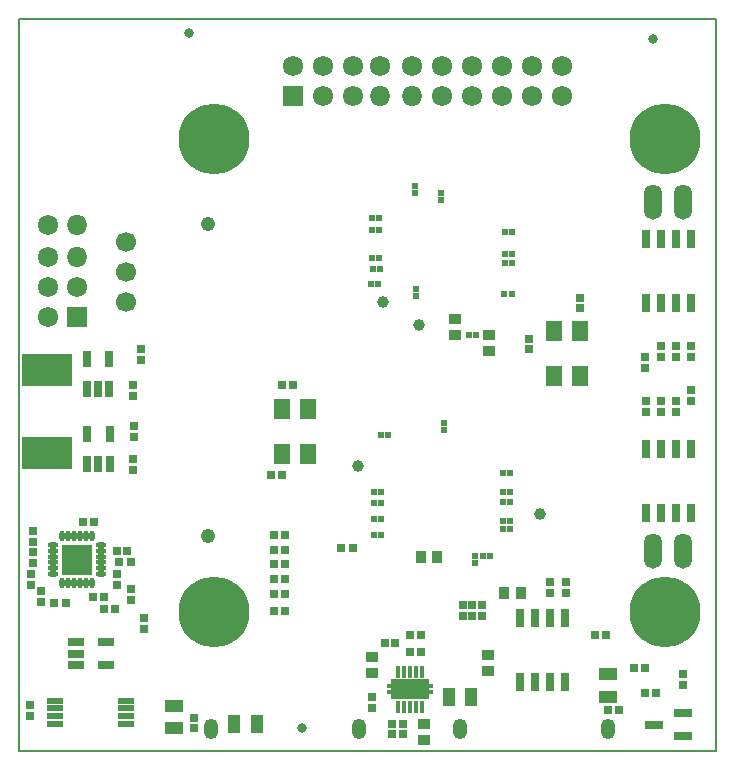
<source format=gbs>
%FSLAX34Y34*%
G04 Gerber Fmt 3.4, Leading zero omitted, Abs format*
G04 (created by PCBNEW (2013-10-29 BZR 4389)-product) date 4/5/2015 8:40:48 AM*
%MOIN*%
G01*
G70*
G90*
G04 APERTURE LIST*
%ADD10C,0.005906*%
%ADD11C,0.007874*%
%ADD12C,0.031496*%
%ADD13O,0.067874X0.067874*%
%ADD14C,0.067874*%
%ADD15R,0.067874X0.067874*%
%ADD16C,0.236200*%
%ADD17R,0.055074X0.021574*%
%ADD18R,0.055074X0.021674*%
%ADD19C,0.039370*%
%ADD20R,0.059055X0.027559*%
%ADD21R,0.029112X0.064567*%
%ADD22O,0.046850X0.068504*%
%ADD23R,0.055118X0.066929*%
%ADD24R,0.062974X0.043274*%
%ADD25R,0.043274X0.062974*%
%ADD26R,0.027300X0.025300*%
%ADD27R,0.025300X0.027300*%
%ADD28R,0.039200X0.035300*%
%ADD29R,0.035300X0.039200*%
%ADD30R,0.027300X0.027300*%
%ADD31R,0.021260X0.021260*%
%ADD32R,0.031474X0.055074*%
%ADD33R,0.102362X0.102362*%
%ADD34O,0.017674X0.035433*%
%ADD35O,0.035433X0.017674*%
%ADD36R,0.047274X0.047274*%
%ADD37C,0.048712*%
%ADD38R,0.055074X0.031474*%
%ADD39R,0.027559X0.018110*%
%ADD40R,0.049213X0.034646*%
%ADD41R,0.016929X0.039370*%
%ADD42R,0.125984X0.070866*%
%ADD43R,0.165000X0.105000*%
%ADD44C,0.066929*%
%ADD45O,0.060000X0.117900*%
G04 APERTURE END LIST*
G54D10*
G54D11*
X43307Y-26771D02*
X43307Y-51181D01*
X66535Y-26771D02*
X43307Y-26771D01*
X66535Y-51181D02*
X43307Y-51181D01*
X66535Y-51181D02*
X66535Y-26771D01*
G54D12*
X48976Y-27244D03*
X52755Y-50393D03*
X64468Y-27421D03*
G54D13*
X45255Y-33633D03*
G54D14*
X44271Y-33633D03*
G54D15*
X45255Y-36688D03*
G54D14*
X44271Y-36688D03*
X44271Y-34704D03*
G54D13*
X45255Y-34704D03*
G54D14*
X44271Y-35688D03*
X45255Y-35688D03*
G54D16*
X49803Y-30771D03*
X64842Y-30771D03*
G54D17*
X44516Y-50260D03*
G54D18*
X44515Y-50004D03*
X44515Y-49748D03*
X44515Y-49492D03*
G54D17*
X46878Y-50260D03*
G54D18*
X46878Y-50004D03*
X46878Y-49748D03*
X46878Y-49492D03*
G54D19*
X54610Y-41657D03*
X56649Y-36972D03*
X60673Y-43263D03*
X55460Y-36216D03*
G54D20*
X65444Y-49911D03*
X65444Y-50659D03*
X64476Y-50285D03*
G54D21*
X64210Y-34098D03*
X64710Y-34098D03*
X65210Y-34098D03*
X65710Y-34098D03*
X65710Y-36224D03*
X65210Y-36224D03*
X64710Y-36224D03*
X64210Y-36224D03*
X61533Y-48854D03*
X61033Y-48854D03*
X60533Y-48854D03*
X60033Y-48854D03*
X60033Y-46728D03*
X60533Y-46728D03*
X61033Y-46728D03*
X61533Y-46728D03*
G54D22*
X58011Y-50423D03*
X62952Y-50423D03*
X49704Y-50423D03*
X54645Y-50423D03*
G54D23*
X62007Y-38673D03*
X62007Y-37177D03*
X61141Y-37177D03*
X61141Y-38673D03*
X52078Y-39767D03*
X52078Y-41263D03*
X52944Y-41263D03*
X52944Y-39767D03*
G54D24*
X48500Y-49664D03*
X48500Y-50414D03*
G54D25*
X58386Y-49370D03*
X57636Y-49370D03*
G54D24*
X62952Y-48601D03*
X62952Y-49351D03*
G54D25*
X50491Y-50275D03*
X51241Y-50275D03*
G54D26*
X55078Y-49732D03*
X55078Y-49362D03*
G54D27*
X56358Y-47866D03*
X56728Y-47866D03*
X56728Y-47299D03*
X56358Y-47299D03*
G54D26*
X61535Y-45893D03*
X61535Y-45523D03*
X65206Y-37659D03*
X65206Y-38029D03*
X65708Y-37659D03*
X65708Y-38029D03*
X64714Y-37659D03*
X64714Y-38029D03*
X58425Y-46681D03*
X58425Y-46311D03*
G54D27*
X54066Y-44409D03*
X54436Y-44409D03*
G54D26*
X47047Y-46129D03*
X47047Y-45759D03*
X43799Y-44519D03*
X43799Y-44889D03*
G54D27*
X46149Y-46043D03*
X45779Y-46043D03*
G54D26*
X44035Y-46188D03*
X44035Y-45818D03*
G54D27*
X44870Y-46240D03*
X44500Y-46240D03*
X46157Y-46437D03*
X46527Y-46437D03*
G54D26*
X43669Y-50003D03*
X43669Y-49633D03*
G54D27*
X52173Y-46515D03*
X51803Y-46515D03*
X52173Y-43976D03*
X51803Y-43976D03*
G54D26*
X47122Y-39330D03*
X47122Y-38960D03*
X47133Y-41787D03*
X47133Y-41417D03*
X47145Y-40708D03*
X47145Y-40338D03*
X47397Y-38125D03*
X47397Y-37755D03*
G54D27*
X46665Y-44881D03*
X47035Y-44881D03*
G54D26*
X65452Y-48964D03*
X65452Y-48594D03*
G54D27*
X64543Y-49236D03*
X64173Y-49236D03*
X64181Y-48405D03*
X63811Y-48405D03*
X62901Y-47283D03*
X62531Y-47283D03*
G54D26*
X61023Y-45893D03*
X61023Y-45523D03*
X58740Y-46681D03*
X58740Y-46311D03*
X64704Y-39858D03*
X64704Y-39488D03*
X65212Y-39858D03*
X65212Y-39488D03*
X64208Y-39858D03*
X64208Y-39488D03*
X58110Y-46681D03*
X58110Y-46311D03*
G54D28*
X58937Y-48503D03*
X58937Y-47952D03*
X56830Y-50255D03*
X56830Y-50807D03*
G54D29*
X57267Y-44700D03*
X56716Y-44700D03*
G54D28*
X57862Y-36751D03*
X57862Y-37303D03*
X58976Y-37283D03*
X58976Y-37834D03*
G54D30*
X43720Y-45275D03*
X43720Y-45629D03*
X43799Y-44192D03*
X43799Y-43838D03*
X65716Y-39484D03*
X65716Y-39130D03*
X45452Y-43523D03*
X45806Y-43523D03*
X49153Y-50059D03*
X49153Y-50413D03*
X46574Y-44488D03*
X46928Y-44488D03*
X64192Y-38031D03*
X64192Y-38385D03*
X46574Y-45275D03*
X46574Y-45629D03*
X47480Y-47086D03*
X47480Y-46732D03*
X56122Y-50256D03*
X56122Y-50610D03*
X63306Y-49803D03*
X62952Y-49803D03*
X55767Y-50256D03*
X55767Y-50610D03*
X55865Y-47559D03*
X55511Y-47559D03*
G54D31*
X59448Y-41889D03*
X59685Y-41889D03*
X59527Y-33858D03*
X59763Y-33858D03*
X55393Y-42519D03*
X55157Y-42519D03*
X55326Y-34736D03*
X55090Y-34736D03*
X59448Y-43484D03*
X59685Y-43484D03*
X55314Y-33799D03*
X55078Y-33799D03*
X55354Y-35090D03*
X55118Y-35090D03*
X55629Y-40629D03*
X55393Y-40629D03*
X56515Y-32555D03*
X56515Y-32318D03*
X59448Y-43779D03*
X59685Y-43779D03*
X59500Y-35929D03*
X59736Y-35929D03*
X55275Y-35590D03*
X55039Y-35590D03*
X55393Y-43425D03*
X55157Y-43425D03*
X58559Y-37283D03*
X58322Y-37283D03*
X58503Y-44665D03*
X58503Y-44901D03*
X58771Y-44665D03*
X59007Y-44665D03*
X55314Y-33415D03*
X55078Y-33415D03*
X55393Y-42913D03*
X55157Y-42913D03*
X57393Y-32807D03*
X57393Y-32570D03*
X59448Y-42874D03*
X59685Y-42874D03*
X59503Y-34893D03*
X59740Y-34893D03*
X59448Y-42519D03*
X59685Y-42519D03*
X57480Y-40472D03*
X57480Y-40236D03*
X59503Y-34590D03*
X59740Y-34590D03*
X55393Y-43976D03*
X55157Y-43976D03*
X56564Y-35767D03*
X56564Y-36003D03*
G54D16*
X64842Y-46523D03*
X49803Y-46523D03*
G54D32*
X46335Y-41610D03*
X45585Y-41610D03*
X46335Y-40610D03*
X45960Y-41610D03*
X45585Y-40610D03*
X46327Y-39090D03*
X45577Y-39090D03*
X46327Y-38090D03*
X45952Y-39090D03*
X45577Y-38090D03*
G54D27*
X52173Y-44921D03*
X51803Y-44921D03*
X52173Y-45433D03*
X51803Y-45433D03*
X52173Y-44468D03*
X51803Y-44468D03*
X52173Y-45944D03*
X51803Y-45944D03*
G54D33*
X45255Y-44783D03*
G54D34*
X45747Y-45570D03*
X45550Y-45570D03*
X45353Y-45570D03*
X45157Y-45570D03*
X44960Y-45570D03*
X44763Y-45570D03*
G54D35*
X44468Y-45275D03*
X44468Y-45078D03*
X44468Y-44881D03*
X44468Y-44685D03*
X44468Y-44488D03*
X44468Y-44291D03*
G54D34*
X44763Y-43996D03*
X44960Y-43996D03*
X45157Y-43996D03*
X45353Y-43996D03*
X45550Y-43996D03*
X45747Y-43996D03*
G54D35*
X46042Y-44291D03*
X46042Y-44488D03*
X46042Y-44685D03*
X46042Y-44881D03*
X46042Y-45078D03*
X46042Y-45275D03*
G54D36*
X45019Y-44547D03*
X45019Y-45019D03*
X45491Y-44547D03*
X45491Y-45019D03*
G54D21*
X65710Y-43236D03*
X65210Y-43236D03*
X64710Y-43236D03*
X64210Y-43236D03*
X64210Y-41110D03*
X64710Y-41110D03*
X65210Y-41110D03*
X65710Y-41110D03*
G54D37*
X49606Y-44000D03*
X49606Y-33606D03*
G54D28*
X55078Y-48582D03*
X55078Y-48031D03*
G54D29*
X60039Y-45905D03*
X59488Y-45905D03*
G54D30*
X52086Y-38956D03*
X52440Y-38956D03*
X60303Y-37417D03*
X60303Y-37771D03*
X62011Y-36055D03*
X62011Y-36409D03*
X51732Y-41968D03*
X52086Y-41968D03*
G54D38*
X45208Y-48296D03*
X45208Y-47546D03*
X46208Y-48296D03*
X45208Y-47921D03*
X46208Y-47546D03*
G54D39*
X57000Y-49212D03*
X57000Y-49015D03*
X55716Y-49015D03*
X55716Y-49212D03*
G54D40*
X56614Y-48956D03*
X56102Y-48956D03*
X56102Y-49271D03*
X56614Y-49271D03*
G54D41*
X55964Y-48533D03*
X55964Y-49694D03*
X56751Y-48533D03*
X56555Y-48533D03*
X56358Y-48533D03*
X56161Y-48533D03*
X56161Y-49694D03*
X56358Y-49694D03*
X56555Y-49694D03*
X56751Y-49694D03*
G54D42*
X56358Y-49114D03*
G54D43*
X44238Y-41218D03*
X44238Y-38466D03*
G54D44*
X46889Y-35196D03*
X46889Y-34196D03*
X46889Y-36196D03*
G54D45*
X64460Y-44488D03*
X65459Y-44488D03*
X65460Y-32874D03*
X64461Y-32874D03*
G54D14*
X53437Y-29318D03*
X53437Y-28318D03*
G54D15*
X52437Y-29318D03*
G54D14*
X52437Y-28318D03*
X54437Y-28318D03*
X54437Y-29318D03*
X61421Y-28318D03*
X59421Y-28318D03*
X60421Y-28318D03*
X60421Y-29318D03*
X59421Y-29318D03*
X58421Y-29318D03*
G54D13*
X55366Y-29318D03*
G54D14*
X55366Y-28318D03*
X61421Y-29318D03*
X58421Y-28318D03*
X56429Y-28318D03*
G54D13*
X56429Y-29318D03*
G54D14*
X57429Y-28318D03*
X57429Y-29318D03*
M02*

</source>
